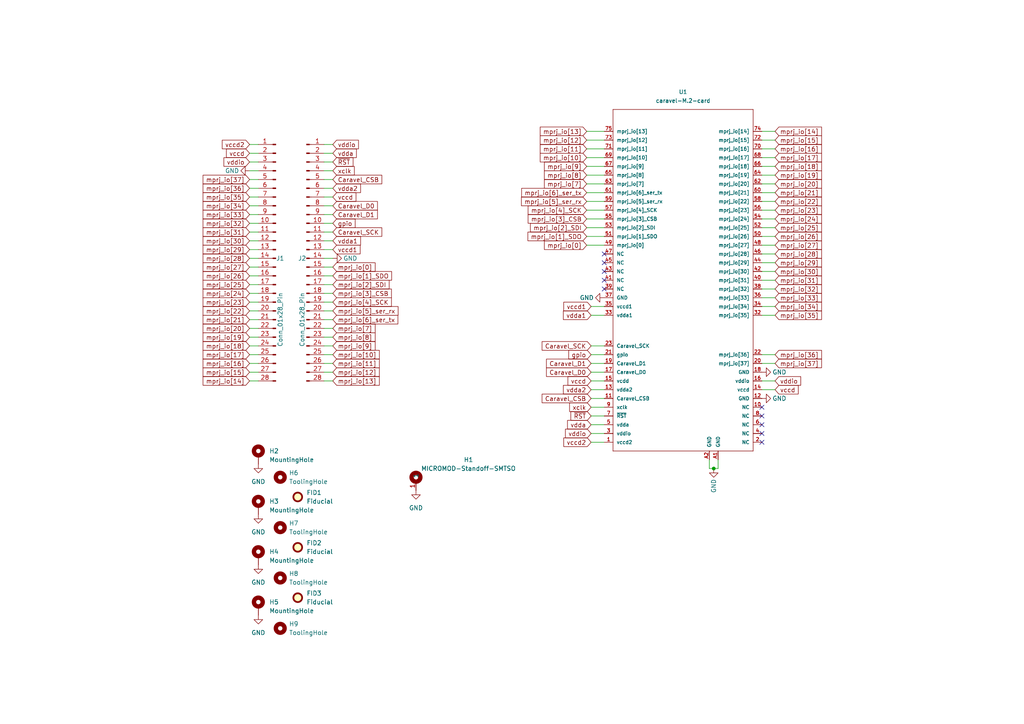
<source format=kicad_sch>
(kicad_sch (version 20230121) (generator eeschema)
  (paper "A4")
  (lib_symbols
    (symbol "Connector:Conn_01x28_Pin" (pin_names (offset 1.016) hide)
      (property "Reference" "J" (at 0 35.56 0))
      (property "Value" "Conn_01x28_Pin" (at 0 -38.1 0))
      (symbol "Conn_01x28_Pin_1_1"
        (polyline (pts (xy 1.27 -35.56) (xy 0.8636 -35.56)) (stroke (width 0.1524)))
        (polyline (pts (xy 1.27 -33.02) (xy 0.8636 -33.02)) (stroke (width 0.1524)))
        (polyline (pts (xy 1.27 -30.48) (xy 0.8636 -30.48)) (stroke (width 0.1524)))
        (polyline (pts (xy 1.27 -27.94) (xy 0.8636 -27.94)) (stroke (width 0.1524)))
        (polyline (pts (xy 1.27 -25.4) (xy 0.8636 -25.4)) (stroke (width 0.1524)))
        (polyline (pts (xy 1.27 -22.86) (xy 0.8636 -22.86)) (stroke (width 0.1524)))
        (polyline (pts (xy 1.27 -20.32) (xy 0.8636 -20.32)) (stroke (width 0.1524)))
        (polyline (pts (xy 1.27 -17.78) (xy 0.8636 -17.78)) (stroke (width 0.1524)))
        (polyline (pts (xy 1.27 -15.24) (xy 0.8636 -15.24)) (stroke (width 0.1524)))
        (polyline (pts (xy 1.27 -12.7) (xy 0.8636 -12.7)) (stroke (width 0.1524)))
        (polyline (pts (xy 1.27 -10.16) (xy 0.8636 -10.16)) (stroke (width 0.1524)))
        (polyline (pts (xy 1.27 -7.62) (xy 0.8636 -7.62)) (stroke (width 0.1524)))
        (polyline (pts (xy 1.27 -5.08) (xy 0.8636 -5.08)) (stroke (width 0.1524)))
        (polyline (pts (xy 1.27 -2.54) (xy 0.8636 -2.54)) (stroke (width 0.1524)))
        (polyline (pts (xy 1.27 0) (xy 0.8636 0)) (stroke (width 0.1524)))
        (polyline (pts (xy 1.27 2.54) (xy 0.8636 2.54)) (stroke (width 0.1524)))
        (polyline (pts (xy 1.27 5.08) (xy 0.8636 5.08)) (stroke (width 0.1524)))
        (polyline (pts (xy 1.27 7.62) (xy 0.8636 7.62)) (stroke (width 0.1524)))
        (polyline (pts (xy 1.27 10.16) (xy 0.8636 10.16)) (stroke (width 0.1524)))
        (polyline (pts (xy 1.27 12.7) (xy 0.8636 12.7)) (stroke (width 0.1524)))
        (polyline (pts (xy 1.27 15.24) (xy 0.8636 15.24)) (stroke (width 0.1524)))
        (polyline (pts (xy 1.27 17.78) (xy 0.8636 17.78)) (stroke (width 0.1524)))
        (polyline (pts (xy 1.27 20.32) (xy 0.8636 20.32)) (stroke (width 0.1524)))
        (polyline (pts (xy 1.27 22.86) (xy 0.8636 22.86)) (stroke (width 0.1524)))
        (polyline (pts (xy 1.27 25.4) (xy 0.8636 25.4)) (stroke (width 0.1524)))
        (polyline (pts (xy 1.27 27.94) (xy 0.8636 27.94)) (stroke (width 0.1524)))
        (polyline (pts (xy 1.27 30.48) (xy 0.8636 30.48)) (stroke (width 0.1524)))
        (polyline (pts (xy 1.27 33.02) (xy 0.8636 33.02)) (stroke (width 0.1524)))
        (rectangle (start 0.8636 -35.433) (end 0 -35.687) (stroke (width 0.1524)) (fill (type outline)))
        (rectangle (start 0.8636 -32.893) (end 0 -33.147) (stroke (width 0.1524)) (fill (type outline)))
        (rectangle (start 0.8636 -30.353) (end 0 -30.607) (stroke (width 0.1524)) (fill (type outline)))
        (rectangle (start 0.8636 -27.813) (end 0 -28.067) (stroke (width 0.1524)) (fill (type outline)))
        (rectangle (start 0.8636 -25.273) (end 0 -25.527) (stroke (width 0.1524)) (fill (type outline)))
        (rectangle (start 0.8636 -22.733) (end 0 -22.987) (stroke (width 0.1524)) (fill (type outline)))
        (rectangle (start 0.8636 -20.193) (end 0 -20.447) (stroke (width 0.1524)) (fill (type outline)))
        (rectangle (start 0.8636 -17.653) (end 0 -17.907) (stroke (width 0.1524)) (fill (type outline)))
        (rectangle (start 0.8636 -15.113) (end 0 -15.367) (stroke (width 0.1524)) (fill (type outline)))
        (rectangle (start 0.8636 -12.573) (end 0 -12.827) (stroke (width 0.1524)) (fill (type outline)))
        (rectangle (start 0.8636 -10.033) (end 0 -10.287) (stroke (width 0.1524)) (fill (type outline)))
        (rectangle (start 0.8636 -7.493) (end 0 -7.747) (stroke (width 0.1524)) (fill (type outline)))
        (rectangle (start 0.8636 -4.953) (end 0 -5.207) (stroke (width 0.1524)) (fill (type outline)))
        (rectangle (start 0.8636 -2.413) (end 0 -2.667) (stroke (width 0.1524)) (fill (type outline)))
        (rectangle (start 0.8636 0.127) (end 0 -0.127) (stroke (width 0.1524)) (fill (type outline)))
        (rectangle (start 0.8636 2.667) (end 0 2.413) (stroke (width 0.1524)) (fill (type outline)))
        (rectangle (start 0.8636 5.207) (end 0 4.953) (stroke (width 0.1524)) (fill (type outline)))
        (rectangle (start 0.8636 7.747) (end 0 7.493) (stroke (width 0.1524)) (fill (type outline)))
        (rectangle (start 0.8636 10.287) (end 0 10.033) (stroke (width 0.1524)) (fill (type outline)))
        (rectangle (start 0.8636 12.827) (end 0 12.573) (stroke (width 0.1524)) (fill (type outline)))
        (rectangle (start 0.8636 15.367) (end 0 15.113) (stroke (width 0.1524)) (fill (type outline)))
        (rectangle (start 0.8636 17.907) (end 0 17.653) (stroke (width 0.1524)) (fill (type outline)))
        (rectangle (start 0.8636 20.447) (end 0 20.193) (stroke (width 0.1524)) (fill (type outline)))
        (rectangle (start 0.8636 22.987) (end 0 22.733) (stroke (width 0.1524)) (fill (type outline)))
        (rectangle (start 0.8636 25.527) (end 0 25.273) (stroke (width 0.1524)) (fill (type outline)))
        (rectangle (start 0.8636 28.067) (end 0 27.813) (stroke (width 0.1524)) (fill (type outline)))
        (rectangle (start 0.8636 30.607) (end 0 30.353) (stroke (width 0.1524)) (fill (type outline)))
        (rectangle (start 0.8636 33.147) (end 0 32.893) (stroke (width 0.1524)) (fill (type outline)))
        (pin passive line (at 5.08 33.02 180) (length 3.81) (name "Pin_1") (number "1"))
        (pin passive line (at 5.08 10.16 180) (length 3.81) (name "Pin_10") (number "10"))
        (pin passive line (at 5.08 7.62 180) (length 3.81) (name "Pin_11") (number "11"))
        (pin passive line (at 5.08 5.08 180) (length 3.81) (name "Pin_12") (number "12"))
        (pin passive line (at 5.08 2.54 180) (length 3.81) (name "Pin_13") (number "13"))
        (pin passive line (at 5.08 0 180) (length 3.81) (name "Pin_14") (number "14"))
        (pin passive line (at 5.08 -2.54 180) (length 3.81) (name "Pin_15") (number "15"))
        (pin passive line (at 5.08 -5.08 180) (length 3.81) (name "Pin_16") (number "16"))
        (pin passive line (at 5.08 -7.62 180) (length 3.81) (name "Pin_17") (number "17"))
        (pin passive line (at 5.08 -10.16 180) (length 3.81) (name "Pin_18") (number "18"))
        (pin passive line (at 5.08 -12.7 180) (length 3.81) (name "Pin_19") (number "19"))
        (pin passive line (at 5.08 30.48 180) (length 3.81) (name "Pin_2") (number "2"))
        (pin passive line (at 5.08 -15.24 180) (length 3.81) (name "Pin_20") (number "20"))
        (pin passive line (at 5.08 -17.78 180) (length 3.81) (name "Pin_21") (number "21"))
        (pin passive line (at 5.08 -20.32 180) (length 3.81) (name "Pin_22") (number "22"))
        (pin passive line (at 5.08 -22.86 180) (length 3.81) (name "Pin_23") (number "23"))
        (pin passive line (at 5.08 -25.4 180) (length 3.81) (name "Pin_24") (number "24"))
        (pin passive line (at 5.08 -27.94 180) (length 3.81) (name "Pin_25") (number "25"))
        (pin passive line (at 5.08 -30.48 180) (length 3.81) (name "Pin_26") (number "26"))
        (pin passive line (at 5.08 -33.02 180) (length 3.81) (name "Pin_27") (number "27"))
        (pin passive line (at 5.08 -35.56 180) (length 3.81) (name "Pin_28") (number "28"))
        (pin passive line (at 5.08 27.94 180) (length 3.81) (name "Pin_3") (number "3"))
        (pin passive line (at 5.08 25.4 180) (length 3.81) (name "Pin_4") (number "4"))
        (pin passive line (at 5.08 22.86 180) (length 3.81) (name "Pin_5") (number "5"))
        (pin passive line (at 5.08 20.32 180) (length 3.81) (name "Pin_6") (number "6"))
        (pin passive line (at 5.08 17.78 180) (length 3.81) (name "Pin_7") (number "7"))
        (pin passive line (at 5.08 15.24 180) (length 3.81) (name "Pin_8") (number "8"))
        (pin passive line (at 5.08 12.7 180) (length 3.81) (name "Pin_9") (number "9"))
      )
    )
    (symbol "Mechanical:Fiducial"
      (property "Reference" "FID" (at 0 5.08 0))
      (property "Value" "Fiducial" (at 0 3.175 0))
      (symbol "Fiducial_0_1"
        (circle (center 0 0) (radius 1.27) (stroke (width 0.508)) (fill (type background)))
      )
    )
    (symbol "Mechanical:MountingHole" (pin_names (offset 1.016))
      (property "Reference" "H" (at 0 5.08 0))
      (property "Value" "MountingHole" (at 0 3.175 0))
      (symbol "MountingHole_0_1"
        (circle (center 0 0) (radius 1.27) (stroke (width 1.27)))
      )
    )
    (symbol "Mechanical:MountingHole_Pad" (pin_numbers hide) (pin_names (offset 1.016) hide)
      (property "Reference" "H" (at 0 6.35 0))
      (property "Value" "MountingHole_Pad" (at 0 4.445 0))
      (symbol "MountingHole_Pad_0_1"
        (circle (center 0 1.27) (radius 1.27) (stroke (width 1.27)))
      )
      (symbol "MountingHole_Pad_1_1"
        (pin input line (at 0 -2.54 90) (length 2.54) (name "1") (number "1"))
      )
    )
    (symbol "power:GND" (power) (pin_names (offset 0))
      (property "Value" "GND" (at 0 -3.81 0))
      (symbol "GND_0_1"
        (polyline (pts (xy 0 0) (xy 0 -1.27) (xy 1.27 -1.27) (xy 0 -2.54) (xy -1.27 -1.27) (xy 0 -1.27)))
      )
      (symbol "GND_1_1"
        (pin power_in line (at 0 0 270) (length 0) hide (name "GND") (number "1"))
      )
    )
    (symbol "user:MICROMOD-Standoff-SMTSO" (pin_names (offset 1.016))
      (property "Reference" "H1" (at 15.24 3.6479 0))
      (property "Value" "MICROMOD-Standoff-SMTSO" (at 15.24 1.1079 0))
      (symbol "MICROMOD-Standoff-SMTSO_0_1"
        (circle (center 0 0) (radius 1.27) (stroke (width 1.27)))
      )
      (symbol "MICROMOD-Standoff-SMTSO_1_1"
        (pin input line (at 0 -3.81 90) (length 2.54) (name "1") (number "1"))
      )
    )
    (symbol "user:caravel-M.2-card" (pin_names (offset 1.016))
      (property "Reference" "U1" (at 0 57.15 0))
      (property "Value" "caravel-M.2-card" (at 0 54.61 0))
      (symbol "caravel-M.2-card_1_0"
        (polyline (pts (xy -20.32 -45.72) (xy -20.32 53.34)))
        (polyline (pts (xy -20.32 53.34) (xy 20.32 53.34)))
        (polyline (pts (xy 20.32 -45.72) (xy -20.32 -45.72)))
        (polyline (pts (xy 20.32 53.34) (xy 20.32 -45.72)))
      )
      (symbol "caravel-M.2-card_1_1"
        (pin bidirectional line (at -22.86 -43.18 0) (length 2.54) (name "vccd2") (number "1"))
        (pin bidirectional line (at 22.86 -33.02 180) (length 2.54) (name "NC") (number "10"))
        (pin bidirectional line (at -22.86 -30.48 0) (length 2.54) (name "Caravel_CSB") (number "11"))
        (pin bidirectional line (at 22.86 -30.48 180) (length 2.54) (name "GND") (number "12"))
        (pin bidirectional line (at -22.86 -27.94 0) (length 2.54) (name "vdda2") (number "13"))
        (pin bidirectional line (at 22.86 -27.94 180) (length 2.54) (name "vccd") (number "14"))
        (pin bidirectional line (at -22.86 -25.4 0) (length 2.54) (name "vcdd") (number "15"))
        (pin bidirectional line (at 22.86 -25.4 180) (length 2.54) (name "vddio") (number "16"))
        (pin bidirectional line (at -22.86 -22.86 0) (length 2.54) (name "Caravel_D0") (number "17"))
        (pin bidirectional line (at 22.86 -22.86 180) (length 2.54) (name "GND") (number "18"))
        (pin bidirectional line (at -22.86 -20.32 0) (length 2.54) (name "Caravel_D1") (number "19"))
        (pin bidirectional line (at 22.86 -43.18 180) (length 2.54) (name "NC") (number "2"))
        (pin bidirectional line (at 22.86 -20.32 180) (length 2.54) (name "mprj_io[37]") (number "20"))
        (pin bidirectional line (at -22.86 -17.78 0) (length 2.54) (name "gpio") (number "21"))
        (pin bidirectional line (at 22.86 -17.78 180) (length 2.54) (name "mprj_io[36]") (number "22"))
        (pin bidirectional line (at -22.86 -15.24 0) (length 2.54) (name "Caravel_SCK") (number "23"))
        (pin bidirectional line (at -22.86 -40.64 0) (length 2.54) (name "vddio") (number "3"))
        (pin bidirectional line (at 22.86 -6.35 180) (length 2.54) (name "mprj_io[35]") (number "32"))
        (pin bidirectional line (at -22.86 -6.35 0) (length 2.54) (name "vdda1") (number "33"))
        (pin bidirectional line (at 22.86 -3.81 180) (length 2.54) (name "mprj_io[34]") (number "34"))
        (pin bidirectional line (at -22.86 -3.81 0) (length 2.54) (name "vccd1") (number "35"))
        (pin bidirectional line (at 22.86 -1.27 180) (length 2.54) (name "mprj_io[33]") (number "36"))
        (pin bidirectional line (at -22.86 -1.27 0) (length 2.54) (name "GND") (number "37"))
        (pin bidirectional line (at 22.86 1.27 180) (length 2.54) (name "mprj_io[32]") (number "38"))
        (pin bidirectional line (at -22.86 1.27 0) (length 2.54) (name "NC") (number "39"))
        (pin bidirectional line (at 22.86 -40.64 180) (length 2.54) (name "NC") (number "4"))
        (pin bidirectional line (at 22.86 3.81 180) (length 2.54) (name "mprj_io[31]") (number "40"))
        (pin bidirectional line (at -22.86 3.81 0) (length 2.54) (name "NC") (number "41"))
        (pin bidirectional line (at 22.86 6.35 180) (length 2.54) (name "mprj_io[30]") (number "42"))
        (pin bidirectional line (at -22.86 6.35 0) (length 2.54) (name "NC") (number "43"))
        (pin bidirectional line (at 22.86 8.89 180) (length 2.54) (name "mprj_io[29]") (number "44"))
        (pin bidirectional line (at -22.86 8.89 0) (length 2.54) (name "NC") (number "45"))
        (pin bidirectional line (at 22.86 11.43 180) (length 2.54) (name "mprj_io[28]") (number "46"))
        (pin bidirectional line (at -22.86 11.43 0) (length 2.54) (name "NC") (number "47"))
        (pin bidirectional line (at 22.86 13.97 180) (length 2.54) (name "mprj_io[27]") (number "48"))
        (pin bidirectional line (at -22.86 13.97 0) (length 2.54) (name "mprj_io[0]") (number "49"))
        (pin bidirectional line (at -22.86 -38.1 0) (length 2.54) (name "vdda") (number "5"))
        (pin bidirectional line (at 22.86 16.51 180) (length 2.54) (name "mprj_io[26]") (number "50"))
        (pin bidirectional line (at -22.86 16.51 0) (length 2.54) (name "mprj_io[1]_SDO") (number "51"))
        (pin bidirectional line (at 22.86 19.05 180) (length 2.54) (name "mprj_io[25]") (number "52"))
        (pin bidirectional line (at -22.86 19.05 0) (length 2.54) (name "mprj_io[2]_SDI") (number "53"))
        (pin bidirectional line (at 22.86 21.59 180) (length 2.54) (name "mprj_io[24]") (number "54"))
        (pin bidirectional line (at -22.86 21.59 0) (length 2.54) (name "mprj_io[3]_CSB") (number "55"))
        (pin bidirectional line (at 22.86 24.13 180) (length 2.54) (name "mprj_io[23]") (number "56"))
        (pin bidirectional line (at -22.86 24.13 0) (length 2.54) (name "mprj_io[4]_SCK") (number "57"))
        (pin bidirectional line (at 22.86 26.67 180) (length 2.54) (name "mprj_io[22]") (number "58"))
        (pin bidirectional line (at -22.86 26.67 0) (length 2.54) (name "mprj_io[5]_ser_rx") (number "59"))
        (pin bidirectional line (at 22.86 -38.1 180) (length 2.54) (name "NC") (number "6"))
        (pin bidirectional line (at 22.86 29.21 180) (length 2.54) (name "mprj_io[21]") (number "60"))
        (pin bidirectional line (at -22.86 29.21 0) (length 2.54) (name "mprj_io[6]_ser_tx") (number "61"))
        (pin bidirectional line (at 22.86 31.75 180) (length 2.54) (name "mprj_io[20]") (number "62"))
        (pin bidirectional line (at -22.86 31.75 0) (length 2.54) (name "mprj_io[7]") (number "63"))
        (pin bidirectional line (at 22.86 34.29 180) (length 2.54) (name "mprj_io[19]") (number "64"))
        (pin bidirectional line (at -22.86 34.29 0) (length 2.54) (name "mprj_io[8]") (number "65"))
        (pin bidirectional line (at 22.86 36.83 180) (length 2.54) (name "mprj_io[18]") (number "66"))
        (pin bidirectional line (at -22.86 36.83 0) (length 2.54) (name "mprj_io[9]") (number "67"))
        (pin bidirectional line (at 22.86 39.37 180) (length 2.54) (name "mprj_io[17]") (number "68"))
        (pin bidirectional line (at -22.86 39.37 0) (length 2.54) (name "mprj_io[10]") (number "69"))
        (pin bidirectional line (at -22.86 -35.56 0) (length 2.54) (name "~{RST}") (number "7"))
        (pin bidirectional line (at 22.86 41.91 180) (length 2.54) (name "mprj_io[16]") (number "70"))
        (pin bidirectional line (at -22.86 41.91 0) (length 2.54) (name "mprj_io[11]") (number "71"))
        (pin bidirectional line (at 22.86 44.45 180) (length 2.54) (name "mprj_io[15]") (number "72"))
        (pin bidirectional line (at -22.86 44.45 0) (length 2.54) (name "mprj_io[12]") (number "73"))
        (pin bidirectional line (at 22.86 46.99 180) (length 2.54) (name "mprj_io[14]") (number "74"))
        (pin bidirectional line (at -22.86 46.99 0) (length 2.54) (name "mprj_io[13]") (number "75"))
        (pin bidirectional line (at 22.86 -35.56 180) (length 2.54) (name "NC") (number "8"))
        (pin bidirectional line (at -22.86 -33.02 0) (length 2.54) (name "xclk") (number "9"))
        (pin bidirectional line (at 10.16 -48.26 90) (length 2.54) (name "GND") (number "A1"))
        (pin bidirectional line (at 7.62 -48.26 90) (length 2.54) (name "GND") (number "A2"))
      )
    )
  )
  (junction (at 207.01 135.89))
  (no_connect (at 220.98 128.27))
  (no_connect (at 220.98 118.11))
  (no_connect (at 175.26 73.66))
  (no_connect (at 175.26 76.2))
  (no_connect (at 175.26 83.82))
  (no_connect (at 220.98 125.73))
  (no_connect (at 220.98 120.65))
  (no_connect (at 175.26 78.74))
  (no_connect (at 175.26 81.28))
  (no_connect (at 220.98 123.19))
  (wire (pts (xy 96.52 62.23) (xy 93.98 62.23)))
  (wire (pts (xy 96.52 74.93) (xy 93.98 74.93)))
  (wire (pts (xy 74.93 85.09) (xy 72.39 85.09)))
  (wire (pts (xy 175.26 120.65) (xy 171.45 120.65)))
  (wire (pts (xy 96.52 85.09) (xy 93.98 85.09)))
  (wire (pts (xy 175.26 63.5) (xy 170.18 63.5)))
  (wire (pts (xy 96.52 107.95) (xy 93.98 107.95)))
  (wire (pts (xy 224.79 50.8) (xy 220.98 50.8)))
  (wire (pts (xy 224.79 45.72) (xy 220.98 45.72)))
  (wire (pts (xy 224.79 88.9) (xy 220.98 88.9)))
  (wire (pts (xy 224.79 102.87) (xy 220.98 102.87)))
  (wire (pts (xy 224.79 68.58) (xy 220.98 68.58)))
  (wire (pts (xy 72.39 92.71) (xy 74.93 92.71)))
  (wire (pts (xy 175.26 100.33) (xy 171.45 100.33)))
  (wire (pts (xy 93.98 110.49) (xy 96.52 110.49)))
  (wire (pts (xy 72.39 87.63) (xy 74.93 87.63)))
  (wire (pts (xy 208.28 135.89) (xy 207.01 135.89)))
  (wire (pts (xy 96.52 92.71) (xy 93.98 92.71)))
  (wire (pts (xy 74.93 57.15) (xy 72.39 57.15)))
  (wire (pts (xy 175.26 71.12) (xy 170.18 71.12)))
  (wire (pts (xy 224.79 81.28) (xy 220.98 81.28)))
  (wire (pts (xy 175.26 58.42) (xy 170.18 58.42)))
  (wire (pts (xy 93.98 54.61) (xy 96.52 54.61)))
  (wire (pts (xy 93.98 46.99) (xy 96.52 46.99)))
  (wire (pts (xy 96.52 67.31) (xy 93.98 67.31)))
  (wire (pts (xy 224.79 113.03) (xy 220.98 113.03)))
  (wire (pts (xy 224.79 63.5) (xy 220.98 63.5)))
  (wire (pts (xy 224.79 110.49) (xy 220.98 110.49)))
  (wire (pts (xy 93.98 41.91) (xy 96.52 41.91)))
  (wire (pts (xy 96.52 97.79) (xy 93.98 97.79)))
  (wire (pts (xy 224.79 48.26) (xy 220.98 48.26)))
  (wire (pts (xy 175.26 68.58) (xy 170.18 68.58)))
  (wire (pts (xy 224.79 66.04) (xy 220.98 66.04)))
  (wire (pts (xy 74.93 46.99) (xy 72.39 46.99)))
  (wire (pts (xy 224.79 55.88) (xy 220.98 55.88)))
  (wire (pts (xy 175.26 115.57) (xy 171.45 115.57)))
  (wire (pts (xy 175.26 88.9) (xy 171.45 88.9)))
  (wire (pts (xy 74.93 44.45) (xy 72.39 44.45)))
  (wire (pts (xy 175.26 105.41) (xy 171.45 105.41)))
  (wire (pts (xy 224.79 78.74) (xy 220.98 78.74)))
  (wire (pts (xy 175.26 110.49) (xy 171.45 110.49)))
  (wire (pts (xy 224.79 40.64) (xy 220.98 40.64)))
  (wire (pts (xy 96.52 90.17) (xy 93.98 90.17)))
  (wire (pts (xy 175.26 55.88) (xy 170.18 55.88)))
  (wire (pts (xy 74.93 59.69) (xy 72.39 59.69)))
  (wire (pts (xy 74.93 77.47) (xy 72.39 77.47)))
  (wire (pts (xy 96.52 82.55) (xy 93.98 82.55)))
  (wire (pts (xy 96.52 95.25) (xy 93.98 95.25)))
  (wire (pts (xy 175.26 43.18) (xy 170.18 43.18)))
  (wire (pts (xy 175.26 113.03) (xy 171.45 113.03)))
  (wire (pts (xy 175.26 45.72) (xy 170.18 45.72)))
  (wire (pts (xy 96.52 69.85) (xy 93.98 69.85)))
  (wire (pts (xy 224.79 71.12) (xy 220.98 71.12)))
  (wire (pts (xy 224.79 86.36) (xy 220.98 86.36)))
  (wire (pts (xy 96.52 87.63) (xy 93.98 87.63)))
  (wire (pts (xy 175.26 60.96) (xy 170.18 60.96)))
  (wire (pts (xy 74.93 80.01) (xy 72.39 80.01)))
  (wire (pts (xy 74.93 72.39) (xy 72.39 72.39)))
  (wire (pts (xy 72.39 95.25) (xy 74.93 95.25)))
  (wire (pts (xy 175.26 125.73) (xy 171.45 125.73)))
  (wire (pts (xy 72.39 100.33) (xy 74.93 100.33)))
  (wire (pts (xy 175.26 118.11) (xy 171.45 118.11)))
  (wire (pts (xy 175.26 91.44) (xy 171.45 91.44)))
  (wire (pts (xy 175.26 53.34) (xy 170.18 53.34)))
  (wire (pts (xy 224.79 58.42) (xy 220.98 58.42)))
  (wire (pts (xy 207.01 135.89) (xy 205.74 135.89)))
  (wire (pts (xy 93.98 57.15) (xy 96.52 57.15)))
  (wire (pts (xy 74.93 52.07) (xy 72.39 52.07)))
  (wire (pts (xy 96.52 64.77) (xy 93.98 64.77)))
  (wire (pts (xy 224.79 43.18) (xy 220.98 43.18)))
  (wire (pts (xy 93.98 52.07) (xy 96.52 52.07)))
  (wire (pts (xy 72.39 90.17) (xy 74.93 90.17)))
  (wire (pts (xy 96.52 100.33) (xy 93.98 100.33)))
  (wire (pts (xy 224.79 38.1) (xy 220.98 38.1)))
  (wire (pts (xy 93.98 49.53) (xy 96.52 49.53)))
  (wire (pts (xy 175.26 40.64) (xy 170.18 40.64)))
  (wire (pts (xy 175.26 50.8) (xy 170.18 50.8)))
  (wire (pts (xy 224.79 53.34) (xy 220.98 53.34)))
  (wire (pts (xy 74.93 64.77) (xy 72.39 64.77)))
  (wire (pts (xy 96.52 77.47) (xy 93.98 77.47)))
  (wire (pts (xy 224.79 73.66) (xy 220.98 73.66)))
  (wire (pts (xy 175.26 128.27) (xy 171.45 128.27)))
  (wire (pts (xy 74.93 69.85) (xy 72.39 69.85)))
  (wire (pts (xy 72.39 97.79) (xy 74.93 97.79)))
  (wire (pts (xy 175.26 102.87) (xy 171.45 102.87)))
  (wire (pts (xy 224.79 76.2) (xy 220.98 76.2)))
  (wire (pts (xy 175.26 38.1) (xy 170.18 38.1)))
  (wire (pts (xy 72.39 105.41) (xy 74.93 105.41)))
  (wire (pts (xy 74.93 62.23) (xy 72.39 62.23)))
  (wire (pts (xy 96.52 105.41) (xy 93.98 105.41)))
  (wire (pts (xy 224.79 60.96) (xy 220.98 60.96)))
  (wire (pts (xy 224.79 91.44) (xy 220.98 91.44)))
  (wire (pts (xy 175.26 66.04) (xy 170.18 66.04)))
  (wire (pts (xy 175.26 123.19) (xy 171.45 123.19)))
  (wire (pts (xy 74.93 74.93) (xy 72.39 74.93)))
  (wire (pts (xy 175.26 48.26) (xy 170.18 48.26)))
  (wire (pts (xy 74.93 110.49) (xy 72.39 110.49)))
  (wire (pts (xy 74.93 49.53) (xy 72.39 49.53)))
  (wire (pts (xy 205.74 135.89) (xy 205.74 133.35)))
  (wire (pts (xy 96.52 102.87) (xy 93.98 102.87)))
  (wire (pts (xy 74.93 82.55) (xy 72.39 82.55)))
  (wire (pts (xy 96.52 44.45) (xy 93.98 44.45)))
  (wire (pts (xy 96.52 72.39) (xy 93.98 72.39)))
  (wire (pts (xy 208.28 133.35) (xy 208.28 135.89)))
  (wire (pts (xy 224.79 105.41) (xy 220.98 105.41)))
  (wire (pts (xy 74.93 54.61) (xy 72.39 54.61)))
  (wire (pts (xy 74.93 41.91) (xy 72.39 41.91)))
  (wire (pts (xy 74.93 67.31) (xy 72.39 67.31)))
  (wire (pts (xy 96.52 80.01) (xy 93.98 80.01)))
  (wire (pts (xy 72.39 107.95) (xy 74.93 107.95)))
  (wire (pts (xy 175.26 107.95) (xy 171.45 107.95)))
  (wire (pts (xy 72.39 102.87) (xy 74.93 102.87)))
  (wire (pts (xy 93.98 59.69) (xy 96.52 59.69)))
  (wire (pts (xy 224.79 83.82) (xy 220.98 83.82)))
  (global_label "mprj_io[27]" (shape input) (at 224.79 71.12 0) (property "Intersheetrefs" "${INTERSHEET_REFS}" (effects hide)))
  (global_label "mprj_io[34]" (shape input) (at 224.79 88.9 0) (property "Intersheetrefs" "${INTERSHEET_REFS}" (effects hide)))
  (global_label "mprj_io[33]" (shape input) (at 224.79 86.36 0) (property "Intersheetrefs" "${INTERSHEET_REFS}" (effects hide)))
  (global_label "~{RST}" (shape input) (at 171.45 120.65 180) (property "Intersheetrefs" "${INTERSHEET_REFS}" (effects hide)))
  (global_label "mprj_io[4]_SCK" (shape input) (at 96.52 87.63 0) (property "Intersheetrefs" "${INTERSHEET_REFS}" (effects hide)))
  (global_label "vccd" (shape input) (at 171.45 110.49 180) (property "Intersheetrefs" "${INTERSHEET_REFS}" (effects hide)))
  (global_label "mprj_io[23]" (shape input) (at 72.39 87.63 180) (property "Intersheetrefs" "${INTERSHEET_REFS}" (effects hide)))
  (global_label "vccd2" (shape input) (at 171.45 128.27 180) (property "Intersheetrefs" "${INTERSHEET_REFS}" (effects hide)))
  (global_label "mprj_io[37]" (shape input) (at 72.39 52.07 180) (property "Intersheetrefs" "${INTERSHEET_REFS}" (effects hide)))
  (global_label "mprj_io[12]" (shape input) (at 96.52 107.95 0) (property "Intersheetrefs" "${INTERSHEET_REFS}" (effects hide)))
  (global_label "mprj_io[18]" (shape input) (at 224.79 48.26 0) (property "Intersheetrefs" "${INTERSHEET_REFS}" (effects hide)))
  (global_label "mprj_io[35]" (shape input) (at 72.39 57.15 180) (property "Intersheetrefs" "${INTERSHEET_REFS}" (effects hide)))
  (global_label "mprj_io[13]" (shape input) (at 170.18 38.1 180) (property "Intersheetrefs" "${INTERSHEET_REFS}" (effects hide)))
  (global_label "mprj_io[20]" (shape input) (at 72.39 95.25 180) (property "Intersheetrefs" "${INTERSHEET_REFS}" (effects hide)))
  (global_label "mprj_io[28]" (shape input) (at 72.39 74.93 180) (property "Intersheetrefs" "${INTERSHEET_REFS}" (effects hide)))
  (global_label "vdda2" (shape input) (at 171.45 113.03 180) (property "Intersheetrefs" "${INTERSHEET_REFS}" (effects hide)))
  (global_label "mprj_io[0]" (shape input) (at 170.18 71.12 180) (property "Intersheetrefs" "${INTERSHEET_REFS}" (effects hide)))
  (global_label "mprj_io[8]" (shape input) (at 170.18 50.8 180) (property "Intersheetrefs" "${INTERSHEET_REFS}" (effects hide)))
  (global_label "~{RST}" (shape input) (at 96.52 46.99 0) (property "Intersheetrefs" "${INTERSHEET_REFS}" (effects hide)))
  (global_label "mprj_io[5]_ser_rx" (shape input) (at 96.52 90.17 0) (property "Intersheetrefs" "${INTERSHEET_REFS}" (effects hide)))
  (global_label "vddio" (shape input) (at 224.79 110.49 0) (property "Intersheetrefs" "${INTERSHEET_REFS}" (effects hide)))
  (global_label "mprj_io[9]" (shape input) (at 96.52 100.33 0) (property "Intersheetrefs" "${INTERSHEET_REFS}" (effects hide)))
  (global_label "mprj_io[1]_SDO" (shape input) (at 96.52 80.01 0) (property "Intersheetrefs" "${INTERSHEET_REFS}" (effects hide)))
  (global_label "vccd" (shape input) (at 72.39 44.45 180) (property "Intersheetrefs" "${INTERSHEET_REFS}" (effects hide)))
  (global_label "vdda" (shape input) (at 96.52 44.45 0) (property "Intersheetrefs" "${INTERSHEET_REFS}" (effects hide)))
  (global_label "mprj_io[21]" (shape input) (at 224.79 55.88 0) (property "Intersheetrefs" "${INTERSHEET_REFS}" (effects hide)))
  (global_label "gpio" (shape input) (at 171.45 102.87 180) (property "Intersheetrefs" "${INTERSHEET_REFS}" (effects hide)))
  (global_label "mprj_io[18]" (shape input) (at 72.39 100.33 180) (property "Intersheetrefs" "${INTERSHEET_REFS}" (effects hide)))
  (global_label "xclk" (shape input) (at 96.52 49.53 0) (property "Intersheetrefs" "${INTERSHEET_REFS}" (effects hide)))
  (global_label "mprj_io[37]" (shape input) (at 224.79 105.41 0) (property "Intersheetrefs" "${INTERSHEET_REFS}" (effects hide)))
  (global_label "mprj_io[28]" (shape input) (at 224.79 73.66 0) (property "Intersheetrefs" "${INTERSHEET_REFS}" (effects hide)))
  (global_label "vddio" (shape input) (at 171.45 125.73 180) (property "Intersheetrefs" "${INTERSHEET_REFS}" (effects hide)))
  (global_label "mprj_io[22]" (shape input) (at 72.39 90.17 180) (property "Intersheetrefs" "${INTERSHEET_REFS}" (effects hide)))
  (global_label "mprj_io[19]" (shape input) (at 224.79 50.8 0) (property "Intersheetrefs" "${INTERSHEET_REFS}" (effects hide)))
  (global_label "Caravel_CSB" (shape input) (at 171.45 115.57 180) (property "Intersheetrefs" "${INTERSHEET_REFS}" (effects hide)))
  (global_label "mprj_io[25]" (shape input) (at 72.39 82.55 180) (property "Intersheetrefs" "${INTERSHEET_REFS}" (effects hide)))
  (global_label "vdda1" (shape input) (at 96.52 69.85 0) (property "Intersheetrefs" "${INTERSHEET_REFS}" (effects hide)))
  (global_label "mprj_io[25]" (shape input) (at 224.79 66.04 0) (property "Intersheetrefs" "${INTERSHEET_REFS}" (effects hide)))
  (global_label "Caravel_D0" (shape input) (at 171.45 107.95 180) (property "Intersheetrefs" "${INTERSHEET_REFS}" (effects hide)))
  (global_label "mprj_io[7]" (shape input) (at 96.52 95.25 0) (property "Intersheetrefs" "${INTERSHEET_REFS}" (effects hide)))
  (global_label "mprj_io[33]" (shape input) (at 72.39 62.23 180) (property "Intersheetrefs" "${INTERSHEET_REFS}" (effects hide)))
  (global_label "mprj_io[16]" (shape input) (at 224.79 43.18 0) (property "Intersheetrefs" "${INTERSHEET_REFS}" (effects hide)))
  (global_label "mprj_io[13]" (shape input) (at 96.52 110.49 0) (property "Intersheetrefs" "${INTERSHEET_REFS}" (effects hide)))
  (global_label "mprj_io[22]" (shape input) (at 224.79 58.42 0) (property "Intersheetrefs" "${INTERSHEET_REFS}" (effects hide)))
  (global_label "mprj_io[31]" (shape input) (at 224.79 81.28 0) (property "Intersheetrefs" "${INTERSHEET_REFS}" (effects hide)))
  (global_label "mprj_io[26]" (shape input) (at 72.39 80.01 180) (property "Intersheetrefs" "${INTERSHEET_REFS}" (effects hide)))
  (global_label "mprj_io[14]" (shape input) (at 224.79 38.1 0) (property "Intersheetrefs" "${INTERSHEET_REFS}" (effects hide)))
  (global_label "mprj_io[6]_ser_tx" (shape input) (at 96.52 92.71 0) (property "Intersheetrefs" "${INTERSHEET_REFS}" (effects hide)))
  (global_label "mprj_io[9]" (shape input) (at 170.18 48.26 180) (property "Intersheetrefs" "${INTERSHEET_REFS}" (effects hide)))
  (global_label "mprj_io[21]" (shape input) (at 72.39 92.71 180) (property "Intersheetrefs" "${INTERSHEET_REFS}" (effects hide)))
  (global_label "mprj_io[2]_SDI" (shape input) (at 170.18 66.04 180) (property "Intersheetrefs" "${INTERSHEET_REFS}" (effects hide)))
  (global_label "mprj_io[15]" (shape input) (at 72.39 107.95 180) (property "Intersheetrefs" "${INTERSHEET_REFS}" (effects hide)))
  (global_label "mprj_io[24]" (shape input) (at 72.39 85.09 180) (property "Intersheetrefs" "${INTERSHEET_REFS}" (effects hide)))
  (global_label "mprj_io[35]" (shape input) (at 224.79 91.44 0) (property "Intersheetrefs" "${INTERSHEET_REFS}" (effects hide)))
  (global_label "mprj_io[32]" (shape input) (at 224.79 83.82 0) (property "Intersheetrefs" "${INTERSHEET_REFS}" (effects hide)))
  (global_label "mprj_io[14]" (shape input) (at 72.39 110.49 180) (property "Intersheetrefs" "${INTERSHEET_REFS}" (effects hide)))
  (global_label "mprj_io[10]" (shape input) (at 96.52 102.87 0) (property "Intersheetrefs" "${INTERSHEET_REFS}" (effects hide)))
  (global_label "mprj_io[24]" (shape input) (at 224.79 63.5 0) (property "Intersheetrefs" "${INTERSHEET_REFS}" (effects hide)))
  (global_label "vdda1" (shape input) (at 171.45 91.44 180) (property "Intersheetrefs" "${INTERSHEET_REFS}" (effects hide)))
  (global_label "vccd" (shape input) (at 96.52 57.15 0) (property "Intersheetrefs" "${INTERSHEET_REFS}" (effects hide)))
  (global_label "vdda2" (shape input) (at 96.52 54.61 0) (property "Intersheetrefs" "${INTERSHEET_REFS}" (effects hide)))
  (global_label "mprj_io[34]" (shape input) (at 72.39 59.69 180) (property "Intersheetrefs" "${INTERSHEET_REFS}" (effects hide)))
  (global_label "vccd2" (shape input) (at 72.39 41.91 180) (property "Intersheetrefs" "${INTERSHEET_REFS}" (effects hide)))
  (global_label "mprj_io[0]" (shape input) (at 96.52 77.47 0) (property "Intersheetrefs" "${INTERSHEET_REFS}" (effects hide)))
  (global_label "vccd1" (shape input) (at 96.52 72.39 0) (property "Intersheetrefs" "${INTERSHEET_REFS}" (effects hide)))
  (global_label "mprj_io[12]" (shape input) (at 170.18 40.64 180) (property "Intersheetrefs" "${INTERSHEET_REFS}" (effects hide)))
  (global_label "mprj_io[4]_SCK" (shape input) (at 170.18 60.96 180) (property "Intersheetrefs" "${INTERSHEET_REFS}" (effects hide)))
  (global_label "mprj_io[17]" (shape input) (at 72.39 102.87 180) (property "Intersheetrefs" "${INTERSHEET_REFS}" (effects hide)))
  (global_label "Caravel_SCK" (shape input) (at 96.52 67.31 0) (property "Intersheetrefs" "${INTERSHEET_REFS}" (effects hide)))
  (global_label "mprj_io[27]" (shape input) (at 72.39 77.47 180) (property "Intersheetrefs" "${INTERSHEET_REFS}" (effects hide)))
  (global_label "mprj_io[20]" (shape input) (at 224.79 53.34 0) (property "Intersheetrefs" "${INTERSHEET_REFS}" (effects hide)))
  (global_label "mprj_io[30]" (shape input) (at 72.39 69.85 180) (property "Intersheetrefs" "${INTERSHEET_REFS}" (effects hide)))
  (global_label "mprj_io[1]_SDO" (shape input) (at 170.18 68.58 180) (property "Intersheetrefs" "${INTERSHEET_REFS}" (effects hide)))
  (global_label "mprj_io[6]_ser_tx" (shape input) (at 170.18 55.88 180) (property "Intersheetrefs" "${INTERSHEET_REFS}" (effects hide)))
  (global_label "mprj_io[11]" (shape input) (at 170.18 43.18 180) (property "Intersheetrefs" "${INTERSHEET_REFS}" (effects hide)))
  (global_label "mprj_io[3]_CSB" (shape input) (at 170.18 63.5 180) (property "Intersheetrefs" "${INTERSHEET_REFS}" (effects hide)))
  (global_label "mprj_io[7]" (shape input) (at 170.18 53.34 180) (property "Intersheetrefs" "${INTERSHEET_REFS}" (effects hide)))
  (global_label "mprj_io[23]" (shape input) (at 224.79 60.96 0) (property "Intersheetrefs" "${INTERSHEET_REFS}" (effects hide)))
  (global_label "mprj_io[10]" (shape input) (at 170.18 45.72 180) (property "Intersheetrefs" "${INTERSHEET_REFS}" (effects hide)))
  (global_label "vddio" (shape input) (at 72.39 46.99 180) (property "Intersheetrefs" "${INTERSHEET_REFS}" (effects hide)))
  (global_label "vdda" (shape input) (at 171.45 123.19 180) (property "Intersheetrefs" "${INTERSHEET_REFS}" (effects hide)))
  (global_label "mprj_io[31]" (shape input) (at 72.39 67.31 180) (property "Intersheetrefs" "${INTERSHEET_REFS}" (effects hide)))
  (global_label "mprj_io[16]" (shape input) (at 72.39 105.41 180) (property "Intersheetrefs" "${INTERSHEET_REFS}" (effects hide)))
  (global_label "mprj_io[29]" (shape input) (at 224.79 76.2 0) (property "Intersheetrefs" "${INTERSHEET_REFS}" (effects hide)))
  (global_label "mprj_io[11]" (shape input) (at 96.52 105.41 0) (property "Intersheetrefs" "${INTERSHEET_REFS}" (effects hide)))
  (global_label "Caravel_D1" (shape input) (at 171.45 105.41 180) (property "Intersheetrefs" "${INTERSHEET_REFS}" (effects hide)))
  (global_label "mprj_io[26]" (shape input) (at 224.79 68.58 0) (property "Intersheetrefs" "${INTERSHEET_REFS}" (effects hide)))
  (global_label "mprj_io[2]_SDI" (shape input) (at 96.52 82.55 0) (property "Intersheetrefs" "${INTERSHEET_REFS}" (effects hide)))
  (global_label "Caravel_CSB" (shape input) (at 96.52 52.07 0) (property "Intersheetrefs" "${INTERSHEET_REFS}" (effects hide)))
  (global_label "mprj_io[36]" (shape input) (at 224.79 102.87 0) (property "Intersheetrefs" "${INTERSHEET_REFS}" (effects hide)))
  (global_label "mprj_io[30]" (shape input) (at 224.79 78.74 0) (property "Intersheetrefs" "${INTERSHEET_REFS}" (effects hide)))
  (global_label "xclk" (shape input) (at 171.45 118.11 180) (property "Intersheetrefs" "${INTERSHEET_REFS}" (effects hide)))
  (global_label "mprj_io[29]" (shape input) (at 72.39 72.39 180) (property "Intersheetrefs" "${INTERSHEET_REFS}" (effects hide)))
  (global_label "mprj_io[3]_CSB" (shape input) (at 96.52 85.09 0) (property "Intersheetrefs" "${INTERSHEET_REFS}" (effects hide)))
  (global_label "mprj_io[17]" (shape input) (at 224.79 45.72 0) (property "Intersheetrefs" "${INTERSHEET_REFS}" (effects hide)))
  (global_label "vccd" (shape input) (at 224.79 113.03 0) (property "Intersheetrefs" "${INTERSHEET_REFS}" (effects hide)))
  (global_label "vccd1" (shape input) (at 171.45 88.9 180) (property "Intersheetrefs" "${INTERSHEET_REFS}" (effects hide)))
  (global_label "mprj_io[36]" (shape input) (at 72.39 54.61 180) (property "Intersheetrefs" "${INTERSHEET_REFS}" (effects hide)))
  (global_label "mprj_io[32]" (shape input) (at 72.39 64.77 180) (property "Intersheetrefs" "${INTERSHEET_REFS}" (effects hide)))
  (global_label "mprj_io[8]" (shape input) (at 96.52 97.79 0) (property "Intersheetrefs" "${INTERSHEET_REFS}" (effects hide)))
  (global_label "mprj_io[5]_ser_rx" (shape input) (at 170.18 58.42 180) (property "Intersheetrefs" "${INTERSHEET_REFS}" (effects hide)))
  (global_label "vddio" (shape input) (at 96.52 41.91 0) (property "Intersheetrefs" "${INTERSHEET_REFS}" (effects hide)))
  (global_label "Caravel_D0" (shape input) (at 96.52 59.69 0) (property "Intersheetrefs" "${INTERSHEET_REFS}" (effects hide)))
  (global_label "Caravel_D1" (shape input) (at 96.52 62.23 0) (property "Intersheetrefs" "${INTERSHEET_REFS}" (effects hide)))
  (global_label "mprj_io[19]" (shape input) (at 72.39 97.79 180) (property "Intersheetrefs" "${INTERSHEET_REFS}" (effects hide)))
  (global_label "gpio" (shape input) (at 96.52 64.77 0) (property "Intersheetrefs" "${INTERSHEET_REFS}" (effects hide)))
  (global_label "Caravel_SCK" (shape input) (at 171.45 100.33 180) (property "Intersheetrefs" "${INTERSHEET_REFS}" (effects hide)))
  (global_label "mprj_io[15]" (shape input) (at 224.79 40.64 0) (property "Intersheetrefs" "${INTERSHEET_REFS}" (effects hide)))
  (symbol (lib_id "power:GND") (at 175.26 86.36 270) (unit 1)
    (property "Reference" "#PWR01" (effects hide))
    (property "Value" "GND" (at 170.18 86.36 90))
  )
  (symbol (lib_id "Mechanical:MountingHole") (at 81.28 167.64 0) (unit 1) (in_bom no)
    (property "Reference" "H8" (at 83.82 166.3699 0) (effects (justify left)))
    (property "Value" "ToolingHole" (at 83.82 168.9099 0) (effects (justify left)))
    (property "Footprint" "user:ToolingHole-JLCSMT" (effects hide))
  )
  (symbol (lib_id "Mechanical:MountingHole_Pad") (at 74.93 132.08 0) (unit 1) (in_bom no)
    (property "Reference" "H2" (at 78.105 130.8099 0) (effects (justify left)))
    (property "Value" "MountingHole" (at 78.105 133.3499 0) (effects (justify left)))
    (property "Footprint" "MountingHole:MountingHole_2.7mm_M2.5_Pad_Via" (effects hide))
  )
  (symbol (lib_id "power:GND") (at 220.98 107.95 90) (unit 1)
    (property "Reference" "#PWR03" (effects hide))
    (property "Value" "GND" (at 226.06 107.95 90))
  )
  (symbol (lib_id "user:caravel-M.2-card") (at 198.12 85.09 0) (unit 1)
    (property "Reference" "U1" (at 198.12 26.67 0) (effects (font (size 1.143 1.143))))
    (property "Value" "caravel-M.2-card" (at 198.12 29.21 0) (effects (font (size 1.143 1.143))))
    (property "Footprint" "user:M.2-CONNECTOR-E" (effects hide))
    (property "LCSC" "C7498141" (effects hide))
  )
  (symbol (lib_id "Mechanical:Fiducial") (at 86.36 158.75 0) (unit 1) (in_bom no)
    (property "Reference" "FID2" (at 88.9 157.4799 0) (effects (justify left)))
    (property "Value" "Fiducial" (at 88.9 160.0199 0) (effects (justify left)))
    (property "Footprint" "Fiducial:Fiducial_1mm_Mask3mm" (effects hide))
  )
  (symbol (lib_id "power:GND") (at 120.65 142.24 0) (unit 1)
    (property "Reference" "#PWR011" (effects hide))
    (property "Value" "GND" (at 120.65 147.32 0))
  )
  (symbol (lib_id "power:GND") (at 96.52 74.93 90) (mirror x) (unit 1)
    (property "Reference" "#PWR07" (effects hide))
    (property "Value" "GND" (at 101.6 74.93 90))
  )
  (symbol (lib_id "Mechanical:MountingHole_Pad") (at 74.93 161.29 0) (unit 1) (in_bom no)
    (property "Reference" "H4" (at 78.105 160.0199 0) (effects (justify left)))
    (property "Value" "MountingHole" (at 78.105 162.5599 0) (effects (justify left)))
    (property "Footprint" "MountingHole:MountingHole_2.7mm_M2.5_Pad_Via" (effects hide))
  )
  (symbol (lib_id "power:GND") (at 207.01 135.89 0) (unit 1)
    (property "Reference" "#PWR02" (effects hide))
    (property "Value" "GND" (at 207.01 140.97 90))
  )
  (symbol (lib_id "Mechanical:Fiducial") (at 86.36 173.355 0) (unit 1) (in_bom no)
    (property "Reference" "FID3" (at 88.9 172.0849 0) (effects (justify left)))
    (property "Value" "Fiducial" (at 88.9 174.6249 0) (effects (justify left)))
    (property "Footprint" "Fiducial:Fiducial_1mm_Mask3mm" (effects hide))
  )
  (symbol (lib_id "Mechanical:MountingHole") (at 81.28 182.245 0) (unit 1) (in_bom no)
    (property "Reference" "H9" (at 83.82 180.9749 0) (effects (justify left)))
    (property "Value" "ToolingHole" (at 83.82 183.5149 0) (effects (justify left)))
    (property "Footprint" "user:ToolingHole-JLCSMT" (effects hide))
  )
  (symbol (lib_id "Mechanical:MountingHole_Pad") (at 74.93 175.895 0) (unit 1) (in_bom no)
    (property "Reference" "H5" (at 78.105 174.6249 0) (effects (justify left)))
    (property "Value" "MountingHole" (at 78.105 177.1649 0) (effects (justify left)))
    (property "Footprint" "MountingHole:MountingHole_2.7mm_M2.5_Pad_Via" (effects hide))
  )
  (symbol (lib_id "Connector:Conn_01x28_Pin") (at 80.01 74.93 0) (mirror y) (unit 1)
    (property "Reference" "J1" (at 81.28 74.93 0))
    (property "Value" "Conn_01x28_Pin" (at 81.28 92.71 90))
    (property "Footprint" "Connector_PinHeader_2.54mm:PinHeader_1x28_P2.54mm_Vertical" (effects hide))
  )
  (symbol (lib_id "power:GND") (at 74.93 163.83 0) (unit 1)
    (property "Reference" "#PWR09" (effects hide))
    (property "Value" "GND" (at 74.93 168.91 0))
  )
  (symbol (lib_id "power:GND") (at 220.98 115.57 90) (unit 1)
    (property "Reference" "#PWR04" (effects hide))
    (property "Value" "GND" (at 226.06 115.57 90))
  )
  (symbol (lib_id "Mechanical:MountingHole_Pad") (at 74.93 146.685 0) (unit 1) (in_bom no)
    (property "Reference" "H3" (at 78.105 145.4149 0) (effects (justify left)))
    (property "Value" "MountingHole" (at 78.105 147.9549 0) (effects (justify left)))
    (property "Footprint" "MountingHole:MountingHole_2.7mm_M2.5_Pad_Via" (effects hide))
  )
  (symbol (lib_id "user:MICROMOD-Standoff-SMTSO") (at 120.65 138.43 0) (unit 1)
    (property "Reference" "H1" (at 135.89 133.35 0))
    (property "Value" "MICROMOD-Standoff-SMTSO" (at 135.89 135.89 0))
    (property "Footprint" "user:MicroMod-Standoff-SMTSO" (effects hide))
    (property "LCSC" "C2915630" (effects hide))
  )
  (symbol (lib_id "Mechanical:MountingHole") (at 81.28 138.43 0) (unit 1) (in_bom no)
    (property "Reference" "H6" (at 83.82 137.1599 0) (effects (justify left)))
    (property "Value" "ToolingHole" (at 83.82 139.6999 0) (effects (justify left)))
    (property "Footprint" "user:ToolingHole-JLCSMT" (effects hide))
  )
  (symbol (lib_id "power:GND") (at 74.93 134.62 0) (unit 1)
    (property "Reference" "#PWR06" (effects hide))
    (property "Value" "GND" (at 74.93 139.7 0))
  )
  (symbol (lib_id "power:GND") (at 74.93 149.225 0) (unit 1)
    (property "Reference" "#PWR08" (effects hide))
    (property "Value" "GND" (at 74.93 154.305 0))
  )
  (symbol (lib_id "Connector:Conn_01x28_Pin") (at 88.9 74.93 0) (unit 1)
    (property "Reference" "J2" (at 87.63 74.93 0))
    (property "Value" "Conn_01x28_Pin" (at 87.63 92.71 90))
    (property "Footprint" "Connector_PinHeader_2.54mm:PinHeader_1x28_P2.54mm_Vertical" (effects hide))
  )
  (symbol (lib_id "Mechanical:Fiducial") (at 86.36 144.145 0) (unit 1) (in_bom no)
    (property "Reference" "FID1" (at 88.9 142.8749 0) (effects (justify left)))
    (property "Value" "Fiducial" (at 88.9 145.4149 0) (effects (justify left)))
    (property "Footprint" "Fiducial:Fiducial_1mm_Mask3mm" (effects hide))
  )
  (symbol (lib_id "power:GND") (at 72.39 49.53 270) (unit 1)
    (property "Reference" "#PWR05" (effects hide))
    (property "Value" "GND" (at 67.31 49.53 90))
  )
  (symbol (lib_id "power:GND") (at 74.93 178.435 0) (unit 1)
    (property "Reference" "#PWR010" (effects hide))
    (property "Value" "GND" (at 74.93 183.515 0))
  )
  (symbol (lib_id "Mechanical:MountingHole") (at 81.28 153.035 0) (unit 1) (in_bom no)
    (property "Reference" "H7" (at 83.82 151.7649 0) (effects (justify left)))
    (property "Value" "ToolingHole" (at 83.82 154.3049 0) (effects (justify left)))
    (property "Footprint" "user:ToolingHole-JLCSMT" (effects hide))
  )
)
</source>
